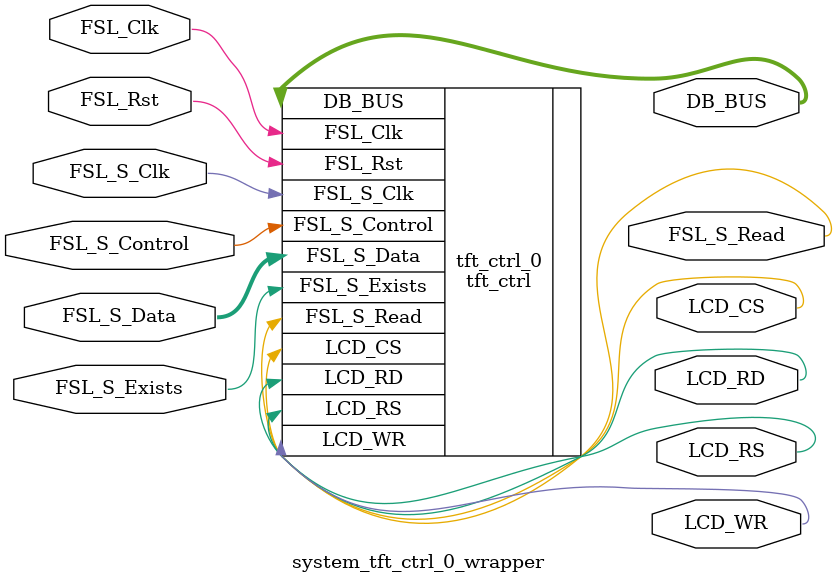
<source format=v>

module system_tft_ctrl_0_wrapper
  (
    FSL_Clk,
    FSL_Rst,
    FSL_S_Clk,
    FSL_S_Read,
    FSL_S_Data,
    FSL_S_Control,
    FSL_S_Exists,
    LCD_CS,
    LCD_RS,
    LCD_WR,
    LCD_RD,
    DB_BUS
  );
  input FSL_Clk;
  input FSL_Rst;
  input FSL_S_Clk;
  output FSL_S_Read;
  input [0:31] FSL_S_Data;
  input FSL_S_Control;
  input FSL_S_Exists;
  output LCD_CS;
  output LCD_RS;
  output LCD_WR;
  output LCD_RD;
  output [15:0] DB_BUS;

  tft_ctrl
    tft_ctrl_0 (
      .FSL_Clk ( FSL_Clk ),
      .FSL_Rst ( FSL_Rst ),
      .FSL_S_Clk ( FSL_S_Clk ),
      .FSL_S_Read ( FSL_S_Read ),
      .FSL_S_Data ( FSL_S_Data ),
      .FSL_S_Control ( FSL_S_Control ),
      .FSL_S_Exists ( FSL_S_Exists ),
      .LCD_CS ( LCD_CS ),
      .LCD_RS ( LCD_RS ),
      .LCD_WR ( LCD_WR ),
      .LCD_RD ( LCD_RD ),
      .DB_BUS ( DB_BUS )
    );

endmodule


</source>
